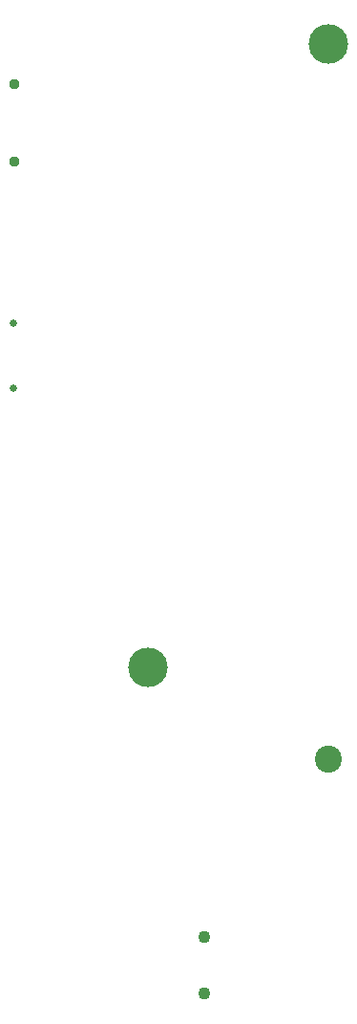
<source format=gbr>
%TF.GenerationSoftware,Altium Limited,Altium Designer,22.5.1 (42)*%
G04 Layer_Color=0*
%FSLAX45Y45*%
%MOMM*%
%TF.SameCoordinates,B0F14D10-A82B-43C6-BF60-515EF57ECD05*%
%TF.FilePolarity,Positive*%
%TF.FileFunction,NonPlated,1,4,NPTH,Drill*%
%TF.Part,Single*%
G01*
G75*
%TA.AperFunction,ComponentDrill*%
%ADD210C,1.10000*%
%ADD211C,3.50000*%
%ADD212C,2.40000*%
%ADD213C,0.95000*%
%ADD214C,0.65000*%
D210*
X-300000Y-5650000D02*
D03*
Y-5150000D02*
D03*
D211*
X800016Y2760000D02*
D03*
X-799984Y-2760000D02*
D03*
D212*
X800016Y-3580000D02*
D03*
D213*
X-1992000Y1718000D02*
D03*
X-1992000Y2398000D02*
D03*
D214*
X-1995000Y-289000D02*
D03*
Y289000D02*
D03*
%TF.MD5,71273d009a675c9cf9044b75b8b23fcd*%
M02*

</source>
